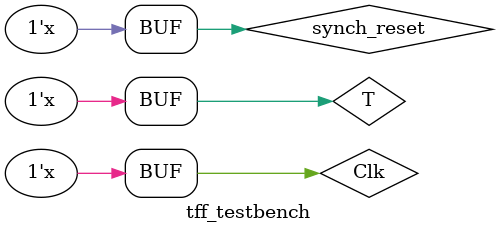
<source format=v>
`timescale 1ns / 1ps


module tff_testbench();

reg T;
reg Clk, synch_reset;
wire Q;

pos_edge_tff TFFtest(.Q(Q), .T(T), .Clk(Clk), .synch_reset(synch_reset));
initial begin
T = 0;
Clk = 0;
synch_reset = 0;
end

always #7 Clk=~Clk;
always #13 T=~T;
always #19 synch_reset=~synch_reset;


endmodule

</source>
